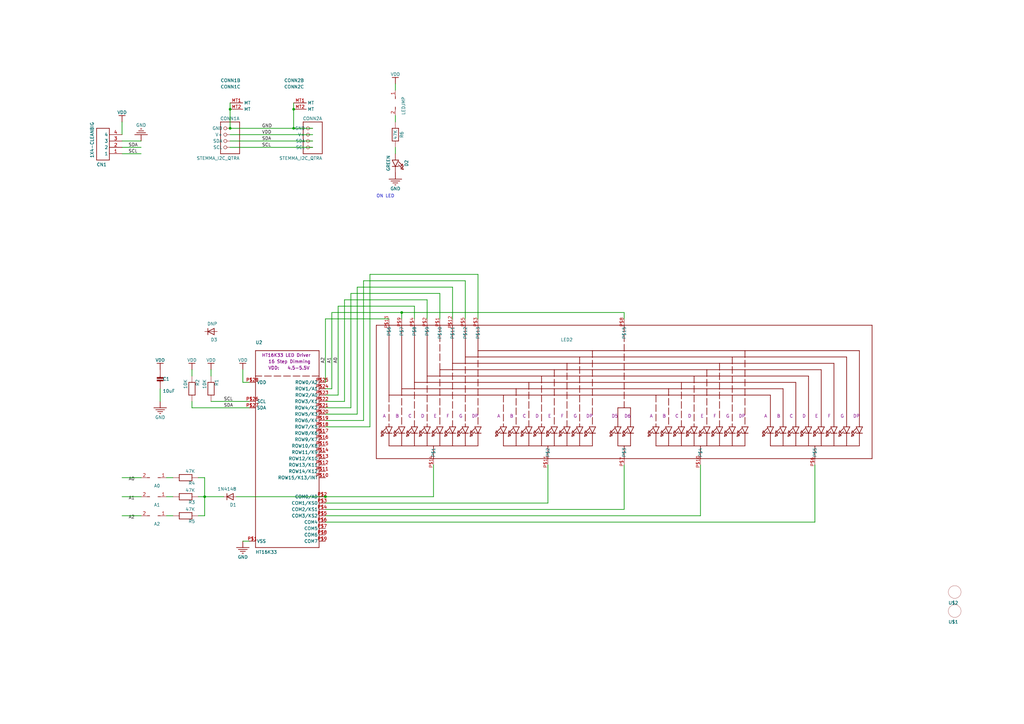
<source format=kicad_sch>
(kicad_sch (version 20230121) (generator eeschema)
  (paper "User" 409.194 289.56)
  (title_block (title "Adafruit_0.56_7-Segment_QT") (date "12/1/2023 3:52:55 PM"))
  (lib_symbols
    (symbol "Adafruit_0.56_7-Segment_QT-altium-import:GND" (power)
      (property "Reference" "#PWR" (at 0 0 0))
      (property "Value" "GND" (at 0 6.35 0))
      (symbol "GND_0_0"
        (pin power_in line (at 0 0 0) (length 0) hide (name "GND") (number ""))
      )
    )
    (symbol "Adafruit_0.56_7-Segment_QT-altium-import:VDD" (power)
      (property "Reference" "#PWR" (at 0 0 0))
      (property "Value" "VDD" (at 0 3.81 0))
      (symbol "VDD_0_0"
        (pin power_in line (at 0 0 0) (length 0) hide (name "VDD") (number ""))
      )
    )
    (symbol "Adafruit_0.56_7-Segment_QT-altium-import:root_0_CAP_CERAMIC0805_10MGAP"
      (symbol "root_0_CAP_CERAMIC0805_10MGAP_1_0"
        (pin passive line (at 0 5.08 270) (length 2.54) (name "1") (number "1"))
        (pin passive line (at 0 -2.54 90) (length 2.54) (name "2") (number "2"))
      )
    )
    (symbol "Adafruit_0.56_7-Segment_QT-altium-import:root_0_FIDUCIAL")
    (symbol "Adafruit_0.56_7-Segment_QT-altium-import:root_0_HT16K33_SOP28_SKINNY"
      (symbol "root_0_HT16K33_SOP28_SKINNY_1_0"
        (pin bidirectional line (at -15.24 -38.1 0) (length 2.54) (name "VSS") (number "P$1"))
        (pin bidirectional line (at 15.24 -12.7 180) (length 2.54) (name "ROW15/K13/INT") (number "P$10"))
        (pin bidirectional line (at 15.24 -10.16 180) (length 2.54) (name "ROW14/K12") (number "P$11"))
        (pin bidirectional line (at 15.24 -7.62 180) (length 2.54) (name "ROW13/K11") (number "P$12"))
        (pin bidirectional line (at 15.24 -5.08 180) (length 2.54) (name "ROW12/K10") (number "P$13"))
        (pin bidirectional line (at 15.24 -2.54 180) (length 2.54) (name "ROW11/K9") (number "P$14"))
        (pin bidirectional line (at 15.24 0 180) (length 2.54) (name "ROW10/K8") (number "P$15"))
        (pin bidirectional line (at 15.24 2.54 180) (length 2.54) (name "ROW9/K7") (number "P$16"))
        (pin bidirectional line (at 15.24 5.08 180) (length 2.54) (name "ROW8/K6") (number "P$17"))
        (pin bidirectional line (at 15.24 7.62 180) (length 2.54) (name "ROW7/K5") (number "P$18"))
        (pin bidirectional line (at 15.24 10.16 180) (length 2.54) (name "ROW6/K4") (number "P$19"))
        (pin bidirectional line (at 15.24 -20.32 180) (length 2.54) (name "COM0/AD") (number "P$2"))
        (pin bidirectional line (at 15.24 12.7 180) (length 2.54) (name "ROW5/K3") (number "P$20"))
        (pin bidirectional line (at 15.24 15.24 180) (length 2.54) (name "ROW4/K2") (number "P$21"))
        (pin bidirectional line (at 15.24 17.78 180) (length 2.54) (name "ROW3/K1") (number "P$22"))
        (pin bidirectional line (at 15.24 20.32 180) (length 2.54) (name "ROW2/A0") (number "P$23"))
        (pin bidirectional line (at 15.24 22.86 180) (length 2.54) (name "ROW1/A1") (number "P$24"))
        (pin bidirectional line (at 15.24 25.4 180) (length 2.54) (name "ROW0/A2") (number "P$25"))
        (pin bidirectional line (at -15.24 17.78 0) (length 2.54) (name "SCL") (number "P$26"))
        (pin bidirectional line (at -15.24 15.24 0) (length 2.54) (name "SDA") (number "P$27"))
        (pin bidirectional line (at -15.24 25.4 0) (length 2.54) (name "VDD") (number "P$28"))
        (pin bidirectional line (at 15.24 -22.86 180) (length 2.54) (name "COM1/KS0") (number "P$3"))
        (pin bidirectional line (at 15.24 -25.4 180) (length 2.54) (name "COM2/KS1") (number "P$4"))
        (pin bidirectional line (at 15.24 -27.94 180) (length 2.54) (name "COM3/KS2") (number "P$5"))
        (pin bidirectional line (at 15.24 -30.48 180) (length 2.54) (name "COM4") (number "P$6"))
        (pin bidirectional line (at 15.24 -33.02 180) (length 2.54) (name "COM5") (number "P$7"))
        (pin bidirectional line (at 15.24 -35.56 180) (length 2.54) (name "COM6") (number "P$8"))
        (pin bidirectional line (at 15.24 -38.1 180) (length 2.54) (name "COM7") (number "P$9"))
      )
    )
    (symbol "Adafruit_0.56_7-Segment_QT-altium-import:root_0_STEMMA_I2C_QTRA"
      (symbol "root_0_STEMMA_I2C_QTRA_1_0"
        (pin passive inverted (at 0 5.08 0) (length 2.54) (name "GND") (number "1"))
        (pin passive inverted (at 0 2.54 0) (length 2.54) (name "V+") (number "2"))
        (pin passive inverted (at 0 0 0) (length 2.54) (name "SDA") (number "3"))
        (pin passive inverted (at 0 -2.54 0) (length 2.54) (name "SCL") (number "4"))
      )
      (symbol "root_0_STEMMA_I2C_QTRA_2_0"
        (pin bidirectional line (at 0 0 0) (length 5.08) (name "MT") (number "MT1"))
      )
      (symbol "root_0_STEMMA_I2C_QTRA_3_0"
        (pin bidirectional line (at 0 0 0) (length 5.08) (name "MT") (number "MT2"))
      )
    )
    (symbol "Adafruit_0.56_7-Segment_QT-altium-import:root_0_mirrored_STEMMA_I2C_QTRA"
      (symbol "root_0_mirrored_STEMMA_I2C_QTRA_1_0"
        (pin passive inverted (at 0 5.08 180) (length 2.54) (name "GND") (number "1"))
        (pin passive inverted (at 0 2.54 180) (length 2.54) (name "V+") (number "2"))
        (pin passive inverted (at 0 0 180) (length 2.54) (name "SDA") (number "3"))
        (pin passive inverted (at 0 -2.54 180) (length 2.54) (name "SCL") (number "4"))
      )
      (symbol "root_0_mirrored_STEMMA_I2C_QTRA_2_0"
        (pin bidirectional line (at 0 0 180) (length 5.08) (name "MT") (number "MT1"))
      )
      (symbol "root_0_mirrored_STEMMA_I2C_QTRA_3_0"
        (pin bidirectional line (at 0 0 180) (length 5.08) (name "MT") (number "MT2"))
      )
    )
    (symbol "Adafruit_0.56_7-Segment_QT-altium-import:root_2_1X4-CLEANBIG"
      (symbol "root_2_1X4-CLEANBIG_1_0"
        (pin bidirectional line (at 5.08 -2.54 180) (length 5.08) (name "1") (number "1"))
        (pin bidirectional line (at 5.08 0 180) (length 5.08) (name "2") (number "2"))
        (pin bidirectional line (at 5.08 2.54 180) (length 5.08) (name "3") (number "3"))
        (pin bidirectional line (at 5.08 5.08 180) (length 5.08) (name "4") (number "4"))
      )
    )
    (symbol "Adafruit_0.56_7-Segment_QT-altium-import:root_2_DIODESOD-323F"
      (symbol "root_2_DIODESOD-323F_1_0"
        (pin passive line (at 2.54 0 180) (length 2.54) (name "A") (number "A"))
        (pin passive line (at -2.54 0 0) (length 2.54) (name "C") (number "C"))
      )
    )
    (symbol "Adafruit_0.56_7-Segment_QT-altium-import:root_2_RESISTOR_0603_NOOUT"
      (symbol "root_2_RESISTOR_0603_NOOUT_1_0"
        (pin passive line (at 5.08 0 180) (length 2.54) (name "1") (number "1"))
        (pin passive line (at -5.08 0 0) (length 2.54) (name "2") (number "2"))
      )
    )
    (symbol "Adafruit_0.56_7-Segment_QT-altium-import:root_2_SOLDERJUMPER"
      (symbol "root_2_SOLDERJUMPER_1_0"
        (pin passive line (at 5.08 0 180) (length 2.54) (name "1") (number "1"))
        (pin passive line (at -5.08 0 0) (length 2.54) (name "2") (number "2"))
      )
    )
    (symbol "Adafruit_0.56_7-Segment_QT-altium-import:root_2_mirrored_DISP_SEGMENT_4DIGIT_BL-Q56C43"
      (symbol "root_2_mirrored_DISP_SEGMENT_4DIGIT_BL-Q56C43_1_0"
        (pin bidirectional line (at -73.66 25.4 270) (length 2.54) (name "P$10") (number "P$1"))
        (pin bidirectional line (at 30.48 -33.02 90) (length 2.54) (name "P$4") (number "P$10"))
        (pin bidirectional line (at -30.48 -33.02 90) (length 2.54) (name "P$2") (number "P$11"))
        (pin bidirectional line (at -68.58 25.4 270) (length 2.54) (name "P$11") (number "P$12"))
        (pin bidirectional line (at -93.98 25.4 270) (length 2.54) (name "P$6") (number "P$13"))
        (pin bidirectional line (at -76.2 -33.02 90) (length 2.54) (name "P$1") (number "P$14"))
        (pin bidirectional line (at -78.74 25.4 270) (length 2.54) (name "P$9") (number "P$2"))
        (pin bidirectional line (at -58.42 25.4 270) (length 2.54) (name "P$13") (number "P$3"))
        (pin bidirectional line (at -83.82 25.4 270) (length 2.54) (name "P$8") (number "P$4"))
        (pin bidirectional line (at -63.5 25.4 270) (length 2.54) (name "P$12") (number "P$5"))
        (pin bidirectional line (at 76.2 -33.02 90) (length 2.54) (name "P$5") (number "P$6"))
        (pin bidirectional line (at 0 -33.02 90) (length 2.54) (name "P$3") (number "P$7"))
        (pin bidirectional line (at 0 25.4 270) (length 2.54) (name "P$15") (number "P$8"))
        (pin bidirectional line (at -88.9 25.4 270) (length 2.54) (name "P$7") (number "P$9"))
      )
    )
    (symbol "Adafruit_0.56_7-Segment_QT-altium-import:root_3_LED0603_NOOUTLINE"
      (symbol "root_3_LED0603_NOOUTLINE_1_0"
        (pin passive line (at 0 5.08 270) (length 2.54) (name "A") (number "A"))
        (pin passive line (at 0 -2.54 90) (length 2.54) (name "C") (number "C"))
      )
    )
    (symbol "Adafruit_0.56_7-Segment_QT-altium-import:root_3_RESISTOR_0603_NOOUT"
      (symbol "root_3_RESISTOR_0603_NOOUT_1_0"
        (pin passive line (at 0 5.08 270) (length 2.54) (name "1") (number "1"))
        (pin passive line (at 0 -5.08 90) (length 2.54) (name "2") (number "2"))
      )
    )
    (symbol "Adafruit_0.56_7-Segment_QT-altium-import:root_3_SOLDERJUMPERCLOSED"
      (symbol "root_3_SOLDERJUMPERCLOSED_1_0"
        (pin passive line (at 0 5.08 270) (length 2.54) (name "1") (number "1"))
        (pin passive line (at 0 -5.08 90) (length 2.54) (name "2") (number "2"))
      )
    )
  )
  (junction (at 81.788 198.628))
  (junction (at 91.948 43.688))
  (junction (at 91.948 51.308))
  (junction (at 117.348 43.688))
  (junction (at 130.048 198.628))
  (junction (at 160.528 124.968))
  (junction (at 117.348 51.308))
  (wire (pts (xy 66.548 191.008) (xy 69.088 191.008)) (stroke (width 0.254)))
  (wire (pts (xy 175.768 127.508) (xy 175.768 117.348)) (stroke (width 0.254)))
  (wire (pts (xy 117.348 51.308) (xy 117.348 43.688)) (stroke (width 0.254)))
  (wire (pts (xy 97.028 216.408) (xy 99.568 216.408)) (stroke (width 0.254)))
  (wire (pts (xy 64.008 160.528) (xy 64.008 155.448)) (stroke (width 0.254)))
  (wire (pts (xy 91.948 53.848) (xy 124.968 53.848)) (stroke (width 0.254)))
  (wire (pts (xy 48.768 58.928) (xy 56.388 58.928)) (stroke (width 0.254)))
  (wire (pts (xy 140.208 117.348) (xy 175.768 117.348)) (stroke (width 0.254)))
  (wire (pts (xy 147.828 170.688) (xy 147.828 109.728)) (stroke (width 0.254)))
  (wire (pts (xy 157.988 36.068) (xy 157.988 33.528)) (stroke (width 0.254)))
  (wire (pts (xy 130.048 201.168) (xy 218.948 201.168)) (stroke (width 0.254)))
  (wire (pts (xy 48.768 206.248) (xy 56.388 206.248)) (stroke (width 0.254)))
  (wire (pts (xy 117.348 43.688) (xy 117.348 41.148)) (stroke (width 0.254)))
  (wire (pts (xy 48.768 61.468) (xy 56.388 61.468)) (stroke (width 0.254)))
  (wire (pts (xy 130.048 170.688) (xy 147.828 170.688)) (stroke (width 0.254)))
  (wire (pts (xy 76.708 150.368) (xy 76.708 147.828)) (stroke (width 0.254)))
  (wire (pts (xy 48.768 191.008) (xy 56.388 191.008)) (stroke (width 0.254)))
  (wire (pts (xy 91.948 51.308) (xy 117.348 51.308)) (stroke (width 0.254)))
  (wire (pts (xy 165.608 127.508) (xy 165.608 122.428)) (stroke (width 0.254)))
  (wire (pts (xy 170.688 127.508) (xy 170.688 119.888)) (stroke (width 0.254)))
  (wire (pts (xy 142.748 114.808) (xy 180.848 114.808)) (stroke (width 0.254)))
  (wire (pts (xy 117.348 51.308) (xy 124.968 51.308)) (stroke (width 0.254)))
  (wire (pts (xy 130.048 203.708) (xy 249.428 203.708)) (stroke (width 0.254)))
  (wire (pts (xy 279.908 206.248) (xy 279.908 185.928)) (stroke (width 0.254)))
  (wire (pts (xy 79.248 191.008) (xy 81.788 191.008)) (stroke (width 0.254)))
  (wire (pts (xy 185.928 127.508) (xy 185.928 112.268)) (stroke (width 0.254)))
  (wire (pts (xy 94.488 198.628) (xy 130.048 198.628)) (stroke (width 0.254)))
  (wire (pts (xy 91.948 58.928) (xy 124.968 58.928)) (stroke (width 0.254)))
  (wire (pts (xy 140.208 163.068) (xy 140.208 117.348)) (stroke (width 0.254)))
  (wire (pts (xy 130.048 206.248) (xy 279.908 206.248)) (stroke (width 0.254)))
  (wire (pts (xy 130.048 165.608) (xy 142.748 165.608)) (stroke (width 0.254)))
  (wire (pts (xy 218.948 201.168) (xy 218.948 185.928)) (stroke (width 0.254)))
  (wire (pts (xy 180.848 127.508) (xy 180.848 114.808)) (stroke (width 0.254)))
  (wire (pts (xy 79.248 206.248) (xy 81.788 206.248)) (stroke (width 0.254)))
  (wire (pts (xy 130.048 157.988) (xy 135.128 157.988)) (stroke (width 0.254)))
  (wire (pts (xy 130.048 198.628) (xy 173.228 198.628)) (stroke (width 0.254)))
  (wire (pts (xy 157.988 61.468) (xy 157.988 58.928)) (stroke (width 0.254)))
  (wire (pts (xy 76.708 163.068) (xy 76.708 160.528)) (stroke (width 0.254)))
  (wire (pts (xy 91.948 56.388) (xy 124.968 56.388)) (stroke (width 0.254)))
  (wire (pts (xy 48.768 56.388) (xy 56.388 56.388)) (stroke (width 0.254)))
  (wire (pts (xy 137.668 119.888) (xy 170.688 119.888)) (stroke (width 0.254)))
  (wire (pts (xy 81.788 198.628) (xy 89.408 198.628)) (stroke (width 0.254)))
  (wire (pts (xy 132.588 155.448) (xy 132.588 124.968)) (stroke (width 0.254)))
  (wire (pts (xy 130.048 208.788) (xy 325.628 208.788)) (stroke (width 0.254)))
  (wire (pts (xy 249.428 203.708) (xy 249.428 185.928)) (stroke (width 0.254)))
  (wire (pts (xy 160.528 127.508) (xy 160.528 124.968)) (stroke (width 0.254)))
  (wire (pts (xy 191.008 127.508) (xy 191.008 109.728)) (stroke (width 0.254)))
  (wire (pts (xy 76.708 163.068) (xy 99.568 163.068)) (stroke (width 0.254)))
  (wire (pts (xy 79.248 198.628) (xy 81.788 198.628)) (stroke (width 0.254)))
  (wire (pts (xy 97.028 152.908) (xy 97.028 147.828)) (stroke (width 0.254)))
  (wire (pts (xy 145.288 168.148) (xy 145.288 112.268)) (stroke (width 0.254)))
  (wire (pts (xy 130.048 155.448) (xy 132.588 155.448)) (stroke (width 0.254)))
  (wire (pts (xy 130.048 127.508) (xy 155.448 127.508)) (stroke (width 0.254)))
  (wire (pts (xy 130.048 152.908) (xy 130.048 127.508)) (stroke (width 0.254)))
  (wire (pts (xy 97.028 152.908) (xy 99.568 152.908)) (stroke (width 0.254)))
  (wire (pts (xy 142.748 165.608) (xy 142.748 114.808)) (stroke (width 0.254)))
  (wire (pts (xy 173.228 198.628) (xy 173.228 185.928)) (stroke (width 0.254)))
  (wire (pts (xy 249.428 127.508) (xy 249.428 124.968)) (stroke (width 0.254)))
  (wire (pts (xy 81.788 198.628) (xy 81.788 191.008)) (stroke (width 0.254)))
  (wire (pts (xy 66.548 198.628) (xy 69.088 198.628)) (stroke (width 0.254)))
  (wire (pts (xy 130.048 160.528) (xy 137.668 160.528)) (stroke (width 0.254)))
  (wire (pts (xy 66.548 206.248) (xy 69.088 206.248)) (stroke (width 0.254)))
  (wire (pts (xy 130.048 168.148) (xy 145.288 168.148)) (stroke (width 0.254)))
  (wire (pts (xy 147.828 109.728) (xy 191.008 109.728)) (stroke (width 0.254)))
  (wire (pts (xy 84.328 150.368) (xy 84.328 147.828)) (stroke (width 0.254)))
  (wire (pts (xy 84.328 160.528) (xy 99.568 160.528)) (stroke (width 0.254)))
  (wire (pts (xy 48.768 53.848) (xy 48.768 48.768)) (stroke (width 0.254)))
  (wire (pts (xy 135.128 157.988) (xy 135.128 122.428)) (stroke (width 0.254)))
  (wire (pts (xy 325.628 208.788) (xy 325.628 185.928)) (stroke (width 0.254)))
  (wire (pts (xy 91.948 43.688) (xy 91.948 41.148)) (stroke (width 0.254)))
  (wire (pts (xy 135.128 122.428) (xy 165.608 122.428)) (stroke (width 0.254)))
  (wire (pts (xy 137.668 160.528) (xy 137.668 119.888)) (stroke (width 0.254)))
  (wire (pts (xy 132.588 124.968) (xy 160.528 124.968)) (stroke (width 0.254)))
  (wire (pts (xy 160.528 124.968) (xy 249.428 124.968)) (stroke (width 0.254)))
  (wire (pts (xy 130.048 163.068) (xy 140.208 163.068)) (stroke (width 0.254)))
  (wire (pts (xy 48.768 198.628) (xy 56.388 198.628)) (stroke (width 0.254)))
  (wire (pts (xy 145.288 112.268) (xy 185.928 112.268)) (stroke (width 0.254)))
  (wire (pts (xy 81.788 206.248) (xy 81.788 198.628)) (stroke (width 0.254)))
  (wire (pts (xy 157.988 48.768) (xy 157.988 46.228)) (stroke (width 0.254)))
  (wire (pts (xy 91.948 51.308) (xy 91.948 43.688)) (stroke (width 0.254)))
  (text "ON LED" (at 150.368 79.248 0) (effects (font (size 1.27 1.27)) (justify left bottom)))
  (label "A1" (at 132.588 145.288 270))
  (label "A0" (at 53.848 191.008 180))
  (label "SCL" (at 89.408 160.528 180))
  (label "A1" (at 53.848 198.628 180))
  (label "A2" (at 130.048 145.288 270))
  (label "SDA" (at 51.308 58.928 180))
  (label "A0" (at 135.128 145.288 270))
  (label "SCL" (at 104.648 58.928 180))
  (label "SDA" (at 104.648 56.388 180))
  (label "SCL" (at 51.308 61.468 180))
  (label "SDA" (at 89.408 163.068 180))
  (label "VDD" (at 104.648 53.848 180))
  (label "A2" (at 53.848 206.248 180))
  (label "GND" (at 104.648 51.308 180))
  (symbol (lib_id "Adafruit_0.56_7-Segment_QT-altium-import:root_2_DIODESOD-323F") (at 91.948 198.628 0) (unit 1)
    (property "Reference" "D1" (at 94.488 201.168 0) (effects (justify right top)))
    (property "Value" "1N4148" (at 94.488 194.818 0) (effects (justify right top)))
    (property "Footprint" "SOD-323F" (effects hide))
    (property "GATENAME_1" "G$1" (effects hide))
    (property "SYMBOLNAME_1" "DIODE" (effects hide))
    (property "DEVICENAME" "SOD-323F" (effects hide))
    (property "LIBRARYNAME" "adafruit" (effects hide))
    (property "DEVICESETNAME" "DIODE" (effects hide))
  )
  (symbol (lib_id "Adafruit_0.56_7-Segment_QT-altium-import:root_2_RESISTOR_0603_NOOUT") (at 74.168 198.628 0) (unit 1)
    (property "Reference" "R3" (at 77.978 200.127 0) (effects (justify right top)))
    (property "Value" "47K" (at 77.978 195.326 0) (effects (justify right top)))
    (property "Footprint" "0603-NO" (effects hide))
    (property "GATENAME_1" "G$1" (effects hide))
    (property "SYMBOLNAME_1" "RESISTOR" (effects hide))
    (property "DEVICENAME" "_0603_NOOUT" (effects hide))
    (property "LIBRARYNAME" "microbuilder" (effects hide))
    (property "DEVICESETNAME" "RESISTOR" (effects hide))
  )
  (symbol (lib_id "Adafruit_0.56_7-Segment_QT-altium-import:GND") (at 56.388 56.388 180) (unit 1)
    (property "Reference" "#PWR?" (effects hide))
    (property "Value" "GND" (at 56.388 50.038 0))
  )
  (symbol (lib_id "Adafruit_0.56_7-Segment_QT-altium-import:root_0_FIDUCIAL") (at 381.508 244.348 0) (unit 1)
    (property "Reference" "U$1" (at 378.968 249.428 0) (effects (justify left bottom)))
    (property "Value" "FIDUCIAL" (effects hide))
    (property "Footprint" "FIDUCIAL_1MM" (effects hide))
    (property "GATENAME_1" "G$1" (effects hide))
    (property "SYMBOLNAME_1" "DOT" (effects hide))
    (property "LIBRARYNAME" "adafruit" (effects hide))
    (property "DEVICESETNAME" "FIDUCIAL" (effects hide))
  )
  (symbol (lib_id "Adafruit_0.56_7-Segment_QT-altium-import:GND") (at 64.008 160.528 0) (unit 1)
    (property "Reference" "#PWR?" (effects hide))
    (property "Value" "GND" (at 64.008 166.878 0))
  )
  (symbol (lib_id "Adafruit_0.56_7-Segment_QT-altium-import:root_0_STEMMA_I2C_QTRA") (at 91.948 41.148 0) (unit 2)
    (property "Reference" "CONN1" (at 88.138 32.893 0) (effects (justify left bottom)))
    (property "Value" "STEMMA_I2C_QTRA" (effects hide))
    (property "Footprint" "JST_SH4_RA" (effects hide))
    (property "GATENAME_1" "G$1" (effects hide))
    (property "SYMBOLNAME_1" "STEMMA_I2C" (effects hide))
    (property "GATENAME_2" "G$2" (effects hide))
    (property "SYMBOLNAME_2" "MOUNTING" (effects hide))
    (property "GATENAME_3" "G$3" (effects hide))
    (property "SYMBOLNAME_3" "MOUNTING" (effects hide))
    (property "DEVICENAME" "_QTRA" (effects hide))
    (property "LIBRARYNAME" "microbuilder" (effects hide))
    (property "DEVICESETNAME" "STEMMA_I2C" (effects hide))
  )
  (symbol (lib_id "Adafruit_0.56_7-Segment_QT-altium-import:root_3_LED0603_NOOUTLINE") (at 157.988 66.548 0) (unit 1)
    (property "Reference" "D2" (at 162.433 65.278 90))
    (property "Value" "GREEN" (at 155.194 65.278 90))
    (property "Footprint" "CHIPLED_0603_NOOUTLINE" (effects hide))
    (property "GATENAME_1" "G$1" (effects hide))
    (property "SYMBOLNAME_1" "LED" (effects hide))
    (property "DEVICENAME" "0603_NOOUTLINE" (effects hide))
    (property "LIBRARYNAME" "microbuilder" (effects hide))
    (property "DEVICESETNAME" "LED" (effects hide))
  )
  (symbol (lib_id "Adafruit_0.56_7-Segment_QT-altium-import:root_3_RESISTOR_0603_NOOUT") (at 157.988 53.848 0) (unit 1)
    (property "Reference" "R6" (at 160.528 53.848 90))
    (property "Value" "47K" (at 157.988 53.848 90))
    (property "Footprint" "0603-NO" (effects hide))
    (property "GATENAME_1" "G$1" (effects hide))
    (property "SYMBOLNAME_1" "RESISTOR" (effects hide))
    (property "DEVICENAME" "_0603_NOOUT" (effects hide))
    (property "LIBRARYNAME" "microbuilder" (effects hide))
    (property "DEVICESETNAME" "RESISTOR" (effects hide))
  )
  (symbol (lib_id "Adafruit_0.56_7-Segment_QT-altium-import:VDD") (at 84.328 147.828 180) (unit 1)
    (property "Reference" "#PWR?" (effects hide))
    (property "Value" "VDD" (at 84.328 144.018 0))
  )
  (symbol (lib_id "Adafruit_0.56_7-Segment_QT-altium-import:root_2_DIODESOD-323F") (at 84.328 132.588 0) (unit 1)
    (property "Reference" "D3" (at 86.868 135.128 0) (effects (justify right top)))
    (property "Value" "DNP" (at 86.868 128.778 0) (effects (justify right top)))
    (property "Footprint" "SOD-323F" (effects hide))
    (property "GATENAME_1" "G$1" (effects hide))
    (property "SYMBOLNAME_1" "DIODE" (effects hide))
    (property "DEVICENAME" "SOD-323F" (effects hide))
    (property "LIBRARYNAME" "adafruit" (effects hide))
    (property "DEVICESETNAME" "DIODE" (effects hide))
  )
  (symbol (lib_id "Adafruit_0.56_7-Segment_QT-altium-import:root_2_SOLDERJUMPER") (at 61.468 198.628 0) (unit 1)
    (property "Reference" "A1" (at 64.008 201.168 0) (effects (justify right top)))
    (property "Value" "SOLDERJUMPER" (effects hide))
    (property "Footprint" "SOLDERJUMPER_ARROW_NOPASTE" (effects hide))
    (property "GATENAME_1" "1" (effects hide))
    (property "SYMBOLNAME_1" "SOLDERJUMPER" (effects hide))
    (property "LIBRARYNAME" "microbuilder" (effects hide))
    (property "DEVICESETNAME" "SOLDERJUMPER" (effects hide))
    (property "BOM" "EXCLUDE" (effects hide))
  )
  (symbol (lib_id "Adafruit_0.56_7-Segment_QT-altium-import:root_0_CAP_CERAMIC0805_10MGAP") (at 64.008 152.908 0) (unit 1)
    (property "Reference" "C1" (at 65.024 152.273 0) (effects (justify left bottom)))
    (property "Value" "10uF" (at 65.024 157.099 0) (effects (justify left bottom)))
    (property "Footprint" "0805_10MGAP" (effects hide))
    (property "GATENAME_1" "G$1" (effects hide))
    (property "SYMBOLNAME_1" "CAPACITOR" (effects hide))
    (property "DEVICENAME" "0805_10MGAP" (effects hide))
    (property "LIBRARYNAME" "microbuilder" (effects hide))
    (property "DEVICESETNAME" "CAP_CERAMIC" (effects hide))
  )
  (symbol (lib_id "Adafruit_0.56_7-Segment_QT-altium-import:root_2_SOLDERJUMPER") (at 61.468 191.008 0) (unit 1)
    (property "Reference" "A0" (at 64.008 193.548 0) (effects (justify right top)))
    (property "Value" "SOLDERJUMPER" (effects hide))
    (property "Footprint" "SOLDERJUMPER_ARROW_NOPASTE" (effects hide))
    (property "GATENAME_1" "1" (effects hide))
    (property "SYMBOLNAME_1" "SOLDERJUMPER" (effects hide))
    (property "LIBRARYNAME" "microbuilder" (effects hide))
    (property "DEVICESETNAME" "SOLDERJUMPER" (effects hide))
    (property "BOM" "EXCLUDE" (effects hide))
  )
  (symbol (lib_id "Adafruit_0.56_7-Segment_QT-altium-import:root_0_STEMMA_I2C_QTRA") (at 117.348 41.148 0) (unit 2)
    (property "Reference" "CONN2" (at 113.538 32.893 0) (effects (justify left bottom)))
    (property "Value" "STEMMA_I2C_QTRA" (effects hide))
    (property "Footprint" "JST_SH4_RA" (effects hide))
    (property "GATENAME_1" "G$1" (effects hide))
    (property "SYMBOLNAME_1" "STEMMA_I2C" (effects hide))
    (property "GATENAME_2" "G$2" (effects hide))
    (property "SYMBOLNAME_2" "MOUNTING" (effects hide))
    (property "GATENAME_3" "G$3" (effects hide))
    (property "SYMBOLNAME_3" "MOUNTING" (effects hide))
    (property "DEVICENAME" "_QTRA" (effects hide))
    (property "LIBRARYNAME" "microbuilder" (effects hide))
    (property "DEVICESETNAME" "STEMMA_I2C" (effects hide))
  )
  (symbol (lib_id "Adafruit_0.56_7-Segment_QT-altium-import:root_3_RESISTOR_0603_NOOUT") (at 76.708 155.448 0) (unit 1)
    (property "Reference" "R2" (at 78.207 151.638 90) (effects (justify right top)))
    (property "Value" "10K" (at 73.406 151.638 90) (effects (justify right top)))
    (property "Footprint" "0603-NO" (effects hide))
    (property "GATENAME_1" "G$1" (effects hide))
    (property "SYMBOLNAME_1" "RESISTOR" (effects hide))
    (property "DEVICENAME" "_0603_NOOUT" (effects hide))
    (property "LIBRARYNAME" "microbuilder" (effects hide))
    (property "DEVICESETNAME" "RESISTOR" (effects hide))
  )
  (symbol (lib_id "Adafruit_0.56_7-Segment_QT-altium-import:root_3_SOLDERJUMPERCLOSED") (at 157.988 41.148 0) (unit 1)
    (property "Reference" "LEDJMP" (at 160.528 38.608 90) (effects (justify right top)))
    (property "Value" "SOLDERJUMPERCLOSED" (effects hide))
    (property "Footprint" "SOLDERJUMPER_CLOSEDWIRE" (effects hide))
    (property "GATENAME_1" "1" (effects hide))
    (property "SYMBOLNAME_1" "SOLDERJUMPER" (effects hide))
    (property "DEVICENAME" "CLOSED" (effects hide))
    (property "LIBRARYNAME" "microbuilder" (effects hide))
    (property "DEVICESETNAME" "SOLDERJUMPER" (effects hide))
  )
  (symbol (lib_id "Adafruit_0.56_7-Segment_QT-altium-import:root_2_SOLDERJUMPER") (at 61.468 206.248 0) (unit 1)
    (property "Reference" "A2" (at 64.008 208.788 0) (effects (justify right top)))
    (property "Value" "SOLDERJUMPER" (effects hide))
    (property "Footprint" "SOLDERJUMPER_ARROW_NOPASTE" (effects hide))
    (property "GATENAME_1" "1" (effects hide))
    (property "SYMBOLNAME_1" "SOLDERJUMPER" (effects hide))
    (property "LIBRARYNAME" "microbuilder" (effects hide))
    (property "DEVICESETNAME" "SOLDERJUMPER" (effects hide))
    (property "BOM" "EXCLUDE" (effects hide))
  )
  (symbol (lib_id "Adafruit_0.56_7-Segment_QT-altium-import:VDD") (at 64.008 147.828 180) (unit 1)
    (property "Reference" "#PWR?" (effects hide))
    (property "Value" "VDD" (at 64.008 144.018 0))
  )
  (symbol (lib_id "Adafruit_0.56_7-Segment_QT-altium-import:GND") (at 157.988 69.088 0) (unit 1)
    (property "Reference" "#PWR?" (effects hide))
    (property "Value" "GND" (at 157.988 75.438 0))
  )
  (symbol (lib_id "Adafruit_0.56_7-Segment_QT-altium-import:root_2_1X4-CLEANBIG") (at 43.688 58.928 0) (unit 1)
    (property "Reference" "CN1" (at 38.608 66.548 0) (effects (justify left bottom)))
    (property "Value" "1X4-CLEANBIG" (at 36.068 48.768 90) (effects (justify right top)))
    (property "Footprint" "1X04-CLEANBIG" (effects hide))
    (property "GATENAME_1" "G$1" (effects hide))
    (property "SYMBOLNAME_1" "1X4" (effects hide))
    (property "DEVICENAME" "-CLEANBIG" (effects hide))
    (property "LIBRARYNAME" "adafruit" (effects hide))
    (property "DEVICESETNAME" "1X4" (effects hide))
  )
  (symbol (lib_id "Adafruit_0.56_7-Segment_QT-altium-import:root_0_FIDUCIAL") (at 381.508 236.728 0) (unit 1)
    (property "Reference" "U$2" (at 378.968 241.808 0) (effects (justify left bottom)))
    (property "Value" "FIDUCIAL" (effects hide))
    (property "Footprint" "FIDUCIAL_1MM" (effects hide))
    (property "GATENAME_1" "G$1" (effects hide))
    (property "SYMBOLNAME_1" "DOT" (effects hide))
    (property "LIBRARYNAME" "adafruit" (effects hide))
    (property "DEVICESETNAME" "FIDUCIAL" (effects hide))
  )
  (symbol (lib_id "Adafruit_0.56_7-Segment_QT-altium-import:root_0_mirrored_STEMMA_I2C_QTRA") (at 91.948 56.388 0) (unit 1)
    (property "Reference" "CONN1" (at 95.758 48.133 0) (effects (justify right bottom)))
    (property "Value" "STEMMA_I2C_QTRA" (at 95.758 64.008 0) (effects (justify right bottom)))
    (property "Footprint" "JST_SH4_RA" (effects hide))
    (property "GATENAME_1" "G$1" (effects hide))
    (property "SYMBOLNAME_1" "STEMMA_I2C" (effects hide))
    (property "GATENAME_2" "G$2" (effects hide))
    (property "SYMBOLNAME_2" "MOUNTING" (effects hide))
    (property "GATENAME_3" "G$3" (effects hide))
    (property "SYMBOLNAME_3" "MOUNTING" (effects hide))
    (property "DEVICENAME" "_QTRA" (effects hide))
    (property "LIBRARYNAME" "microbuilder" (effects hide))
    (property "DEVICESETNAME" "STEMMA_I2C" (effects hide))
  )
  (symbol (lib_id "Adafruit_0.56_7-Segment_QT-altium-import:VDD") (at 76.708 147.828 180) (unit 1)
    (property "Reference" "#PWR?" (effects hide))
    (property "Value" "VDD" (at 76.708 144.018 0))
  )
  (symbol (lib_id "Adafruit_0.56_7-Segment_QT-altium-import:VDD") (at 157.988 33.528 180) (unit 1)
    (property "Reference" "#PWR?" (effects hide))
    (property "Value" "VDD" (at 157.988 29.718 0))
  )
  (symbol (lib_id "Adafruit_0.56_7-Segment_QT-altium-import:VDD") (at 97.028 147.828 180) (unit 1)
    (property "Reference" "#PWR?" (effects hide))
    (property "Value" "VDD" (at 97.028 144.018 0))
  )
  (symbol (lib_id "Adafruit_0.56_7-Segment_QT-altium-import:root_0_STEMMA_I2C_QTRA") (at 91.948 43.688 0) (unit 3)
    (property "Reference" "CONN1" (at 88.138 35.433 0) (effects (justify left bottom)))
    (property "Value" "STEMMA_I2C_QTRA" (effects hide))
    (property "Footprint" "JST_SH4_RA" (effects hide))
    (property "GATENAME_1" "G$1" (effects hide))
    (property "SYMBOLNAME_1" "STEMMA_I2C" (effects hide))
    (property "GATENAME_2" "G$2" (effects hide))
    (property "SYMBOLNAME_2" "MOUNTING" (effects hide))
    (property "GATENAME_3" "G$3" (effects hide))
    (property "SYMBOLNAME_3" "MOUNTING" (effects hide))
    (property "DEVICENAME" "_QTRA" (effects hide))
    (property "LIBRARYNAME" "microbuilder" (effects hide))
    (property "DEVICESETNAME" "STEMMA_I2C" (effects hide))
  )
  (symbol (lib_id "Adafruit_0.56_7-Segment_QT-altium-import:GND") (at 97.028 216.408 0) (unit 1)
    (property "Reference" "#PWR?" (effects hide))
    (property "Value" "GND" (at 97.028 222.758 0))
  )
  (symbol (lib_id "Adafruit_0.56_7-Segment_QT-altium-import:root_2_mirrored_DISP_SEGMENT_4DIGIT_BL-Q56C43") (at 249.428 152.908 0) (unit 1)
    (property "Reference" "LED2" (at 224.028 135.128 0) (effects (justify left top)))
    (property "Value" "DISP_SEGMENT_4DIGIT_BL-Q56C43" (effects hide))
    (property "Footprint" "SEGMENT-BL-Q56C43" (effects hide))
    (property "GATENAME_1" "G$1" (effects hide))
    (property "SYMBOLNAME_1" "SEGMENT_4DIGIT_COMMONCATHODE_TIME_14PIN" (effects hide))
    (property "LIBRARYNAME" "adafruit_display" (effects hide))
    (property "DEVICESETNAME" "DISP_SEGMENT_4DIGIT_BL-Q56C43" (effects hide))
    (property "A" "A" (at 152.908 165.608 0) (effects (justify left top)))
    (property "B" "B" (at 157.988 165.608 0) (effects (justify left top)))
    (property "C" "C" (at 163.068 165.608 0) (effects (justify left top)))
    (property "D" "D" (at 168.148 165.608 0) (effects (justify left top)))
    (property "E" "E" (at 173.228 165.608 0) (effects (justify left top)))
    (property "F" "F" (at 178.308 165.608 0) (effects (justify left top)))
    (property "G" "G" (at 183.388 165.608 0) (effects (justify left top)))
    (property "DP" "DP" (at 188.468 165.608 0) (effects (justify left top)))
    (property "A" "A" (at 198.628 165.608 0) (effects (justify left top)))
    (property "B" "B" (at 203.708 165.608 0) (effects (justify left top)))
    (property "C" "C" (at 208.788 165.608 0) (effects (justify left top)))
    (property "D" "D" (at 213.868 165.608 0) (effects (justify left top)))
    (property "E" "E" (at 218.948 165.608 0) (effects (justify left top)))
    (property "F" "F" (at 224.028 165.608 0) (effects (justify left top)))
    (property "G" "G" (at 229.108 165.608 0) (effects (justify left top)))
    (property "DP" "DP" (at 234.188 165.608 0) (effects (justify left top)))
    (property "D5" "D5" (at 244.348 165.608 0) (effects (justify left top)))
    (property "D6" "D6" (at 249.428 165.608 0) (effects (justify left top)))
    (property "A" "A" (at 259.588 165.608 0) (effects (justify left top)))
    (property "B" "B" (at 264.668 165.608 0) (effects (justify left top)))
    (property "C" "C" (at 269.748 165.608 0) (effects (justify left top)))
    (property "D" "D" (at 274.828 165.608 0) (effects (justify left top)))
    (property "E" "E" (at 279.908 165.608 0) (effects (justify left top)))
    (property "F" "F" (at 284.988 165.608 0) (effects (justify left top)))
    (property "G" "G" (at 290.068 165.608 0) (effects (justify left top)))
    (property "DP" "DP" (at 295.148 165.608 0) (effects (justify left top)))
    (property "A" "A" (at 305.308 165.608 0) (effects (justify left top)))
    (property "B" "B" (at 310.388 165.608 0) (effects (justify left top)))
    (property "C" "C" (at 315.468 165.608 0) (effects (justify left top)))
    (property "D" "D" (at 320.548 165.608 0) (effects (justify left top)))
    (property "E" "E" (at 325.628 165.608 0) (effects (justify left top)))
    (property "F" "F" (at 330.708 165.608 0) (effects (justify left top)))
    (property "G" "G" (at 335.788 165.608 0) (effects (justify left top)))
    (property "DP" "DP" (at 340.868 165.608 0) (effects (justify left top)))
  )
  (symbol (lib_id "Adafruit_0.56_7-Segment_QT-altium-import:root_2_RESISTOR_0603_NOOUT") (at 74.168 191.008 0) (unit 1)
    (property "Reference" "R4" (at 77.978 192.507 0) (effects (justify right top)))
    (property "Value" "47K" (at 77.978 187.706 0) (effects (justify right top)))
    (property "Footprint" "0603-NO" (effects hide))
    (property "GATENAME_1" "G$1" (effects hide))
    (property "SYMBOLNAME_1" "RESISTOR" (effects hide))
    (property "DEVICENAME" "_0603_NOOUT" (effects hide))
    (property "LIBRARYNAME" "microbuilder" (effects hide))
    (property "DEVICESETNAME" "RESISTOR" (effects hide))
  )
  (symbol (lib_id "Adafruit_0.56_7-Segment_QT-altium-import:root_2_RESISTOR_0603_NOOUT") (at 74.168 206.248 0) (unit 1)
    (property "Reference" "R5" (at 77.978 207.747 0) (effects (justify right top)))
    (property "Value" "47K" (at 77.978 202.946 0) (effects (justify right top)))
    (property "Footprint" "0603-NO" (effects hide))
    (property "GATENAME_1" "G$1" (effects hide))
    (property "SYMBOLNAME_1" "RESISTOR" (effects hide))
    (property "DEVICENAME" "_0603_NOOUT" (effects hide))
    (property "LIBRARYNAME" "microbuilder" (effects hide))
    (property "DEVICESETNAME" "RESISTOR" (effects hide))
  )
  (symbol (lib_id "Adafruit_0.56_7-Segment_QT-altium-import:root_0_mirrored_STEMMA_I2C_QTRA") (at 124.968 56.388 0) (unit 1)
    (property "Reference" "CONN2" (at 128.778 48.133 0) (effects (justify right bottom)))
    (property "Value" "STEMMA_I2C_QTRA" (at 128.778 64.008 0) (effects (justify right bottom)))
    (property "Footprint" "JST_SH4_RA" (effects hide))
    (property "GATENAME_1" "G$1" (effects hide))
    (property "SYMBOLNAME_1" "STEMMA_I2C" (effects hide))
    (property "GATENAME_2" "G$2" (effects hide))
    (property "SYMBOLNAME_2" "MOUNTING" (effects hide))
    (property "GATENAME_3" "G$3" (effects hide))
    (property "SYMBOLNAME_3" "MOUNTING" (effects hide))
    (property "DEVICENAME" "_QTRA" (effects hide))
    (property "LIBRARYNAME" "microbuilder" (effects hide))
    (property "DEVICESETNAME" "STEMMA_I2C" (effects hide))
  )
  (symbol (lib_id "Adafruit_0.56_7-Segment_QT-altium-import:root_0_HT16K33_SOP28_SKINNY") (at 114.808 178.308 0) (unit 1)
    (property "Reference" "U2" (at 102.108 137.668 0) (effects (justify left bottom)))
    (property "Value" "HT16K33" (at 102.108 221.488 0) (effects (justify left bottom)))
    (property "Footprint" "SOP28_300MIL_SKINNY" (effects hide))
    (property "GATENAME_1" "G$1" (effects hide))
    (property "SYMBOLNAME_1" "HT16K33_28PIN" (effects hide))
    (property "DEVICENAME" "_SKINNY" (effects hide))
    (property "LIBRARYNAME" "adafruit_display" (effects hide))
    (property "DEVICESETNAME" "HT16K33_SOP28" (effects hide))
    (property "HT16K33LEDDRIVER" "HT16K33 LED Driver" (at 104.648 142.748 0) (effects (justify left bottom)))
    (property "VDD" "VDD:" (at 107.188 147.828 0) (effects (justify left bottom)))
    (property "4.5-5.5V" "4.5-5.5V" (at 114.808 147.828 0) (effects (justify left bottom)))
    (property "16STEPDIMMING" "16 Step Dimming" (at 107.188 145.288 0) (effects (justify left bottom)))
  )
  (symbol (lib_id "Adafruit_0.56_7-Segment_QT-altium-import:root_3_RESISTOR_0603_NOOUT") (at 84.328 155.448 0) (unit 1)
    (property "Reference" "R1" (at 85.827 151.638 90) (effects (justify right top)))
    (property "Value" "10K" (at 81.026 151.638 90) (effects (justify right top)))
    (property "Footprint" "0603-NO" (effects hide))
    (property "GATENAME_1" "G$1" (effects hide))
    (property "SYMBOLNAME_1" "RESISTOR" (effects hide))
    (property "DEVICENAME" "_0603_NOOUT" (effects hide))
    (property "LIBRARYNAME" "microbuilder" (effects hide))
    (property "DEVICESETNAME" "RESISTOR" (effects hide))
  )
  (symbol (lib_id "Adafruit_0.56_7-Segment_QT-altium-import:root_0_STEMMA_I2C_QTRA") (at 117.348 43.688 0) (unit 3)
    (property "Reference" "CONN2" (at 113.538 35.433 0) (effects (justify left bottom)))
    (property "Value" "STEMMA_I2C_QTRA" (effects hide))
    (property "Footprint" "JST_SH4_RA" (effects hide))
    (property "GATENAME_1" "G$1" (effects hide))
    (property "SYMBOLNAME_1" "STEMMA_I2C" (effects hide))
    (property "GATENAME_2" "G$2" (effects hide))
    (property "SYMBOLNAME_2" "MOUNTING" (effects hide))
    (property "GATENAME_3" "G$3" (effects hide))
    (property "SYMBOLNAME_3" "MOUNTING" (effects hide))
    (property "DEVICENAME" "_QTRA" (effects hide))
    (property "LIBRARYNAME" "microbuilder" (effects hide))
    (property "DEVICESETNAME" "STEMMA_I2C" (effects hide))
  )
  (symbol (lib_id "Adafruit_0.56_7-Segment_QT-altium-import:VDD") (at 48.768 48.768 180) (unit 1)
    (property "Reference" "#PWR?" (effects hide))
    (property "Value" "VDD" (at 48.768 44.958 0))
  )
)
</source>
